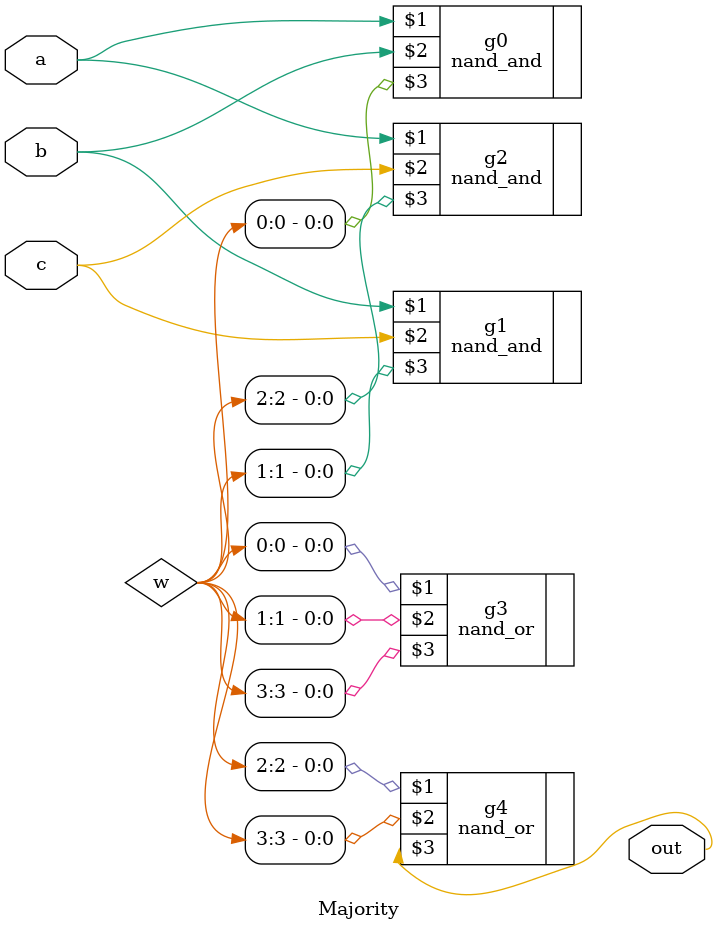
<source format=v>
`timescale 1ns/1ps

module Majority(a, b, c, out);
input a, b, c;
output out;

wire [3:0] w;
nand_and g0(a, b, w[0]),
         g1(b, c, w[1]),
         g2(a, c, w[2]);
nand_or g3(w[0], w[1], w[3]),
        g4(w[2], w[3], out);

endmodule
</source>
